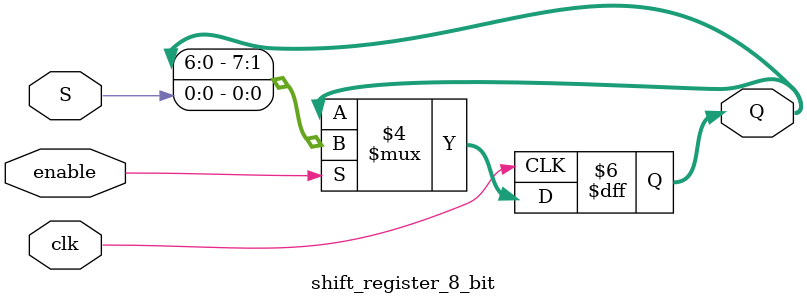
<source format=v>
module top_module (
    input clk,
    input enable,
    input S,
    input A, B, C,
    output Z ); 
	
    reg [7:0] mux_input;
    shift_register_8_bit shift_register(.S(S), .enable(enable), .clk(clk), .Q(mux_input));
    
    // 3-bit MUX, inputs: Q, sel: {A,B,C}
    
    assign Z = mux_input[{A,B,C}];
    
endmodule

// shift register is a bank of D-FFs that shifts in the MSB and shifts out the LSB
module shift_register_8_bit (
    input [0:0] S,
    input [0:0] enable,
    input [0:0] clk,
    output [7:0] Q);
    
    always @(posedge clk) begin
        if (enable == 1'b1) begin
            Q <= {Q[6:0],S}; //check
        end else begin
            Q <= Q;
        end
    end    
endmodule


</source>
